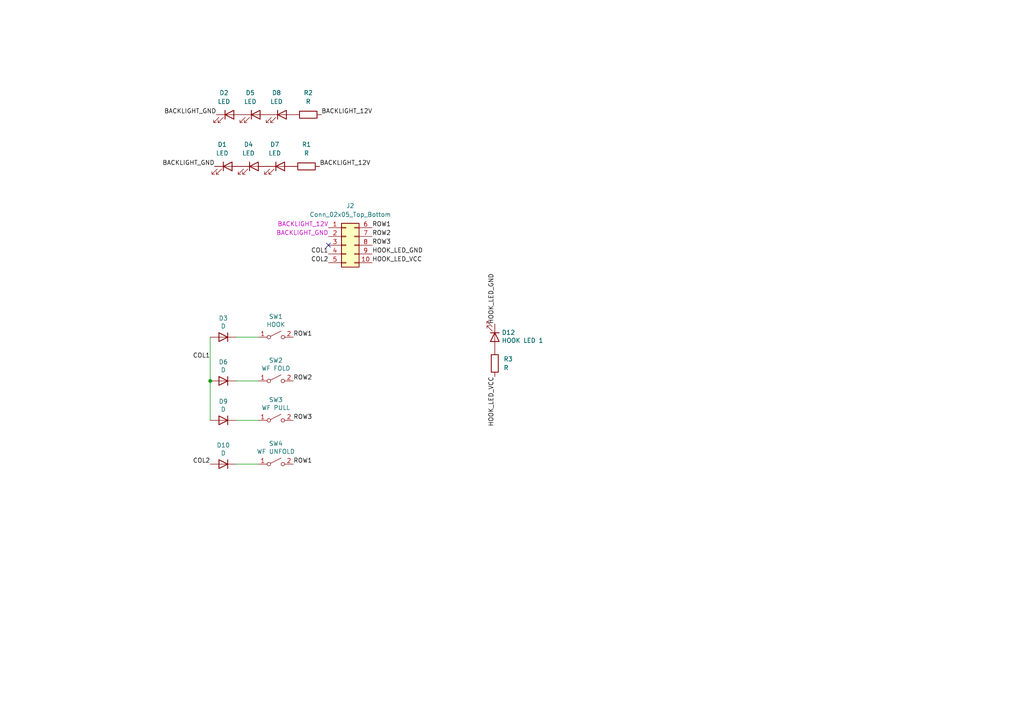
<source format=kicad_sch>
(kicad_sch (version 20231120) (generator "eeschema") (generator_version "8.0")
  (paper "A4")
  (title_block (title "AV COOL PANEL") (date "2023-04-21") (rev "4") (company "www.openhornet.com") (comment 1 "License:  CC BY-NC-SA") (comment 2 "Backlighting - Type A"))
  (lib_symbols
    (symbol "Connector_Generic:Conn_02x05_Top_Bottom" (pin_names (offset 1.016) hide)
      (property "Reference" "J" (at 1.27 7.62 0))
      (property "Value" "Conn_02x05_Top_Bottom" (at 1.27 -7.62 0))
      (symbol "Conn_02x05_Top_Bottom_1_1"
        (rectangle (start -1.27 -4.953) (end 0 -5.207) (stroke (width 0.1524)))
        (rectangle (start -1.27 -2.413) (end 0 -2.667) (stroke (width 0.1524)))
        (rectangle (start -1.27 0.127) (end 0 -0.127) (stroke (width 0.1524)))
        (rectangle (start -1.27 2.667) (end 0 2.413) (stroke (width 0.1524)))
        (rectangle (start -1.27 5.207) (end 0 4.953) (stroke (width 0.1524)))
        (rectangle (start -1.27 6.35) (end 3.81 -6.35) (stroke (width 0.254)) (fill (type background)))
        (rectangle (start 3.81 -4.953) (end 2.54 -5.207) (stroke (width 0.1524)))
        (rectangle (start 3.81 -2.413) (end 2.54 -2.667) (stroke (width 0.1524)))
        (rectangle (start 3.81 0.127) (end 2.54 -0.127) (stroke (width 0.1524)))
        (rectangle (start 3.81 2.667) (end 2.54 2.413) (stroke (width 0.1524)))
        (rectangle (start 3.81 5.207) (end 2.54 4.953) (stroke (width 0.1524)))
        (pin passive line (at -5.08 5.08 0) (length 3.81) (name "Pin_1") (number "1"))
        (pin passive line (at 7.62 -5.08 180) (length 3.81) (name "Pin_10") (number "10"))
        (pin passive line (at -5.08 2.54 0) (length 3.81) (name "Pin_2") (number "2"))
        (pin passive line (at -5.08 0 0) (length 3.81) (name "Pin_3") (number "3"))
        (pin passive line (at -5.08 -2.54 0) (length 3.81) (name "Pin_4") (number "4"))
        (pin passive line (at -5.08 -5.08 0) (length 3.81) (name "Pin_5") (number "5"))
        (pin passive line (at 7.62 5.08 180) (length 3.81) (name "Pin_6") (number "6"))
        (pin passive line (at 7.62 2.54 180) (length 3.81) (name "Pin_7") (number "7"))
        (pin passive line (at 7.62 0 180) (length 3.81) (name "Pin_8") (number "8"))
        (pin passive line (at 7.62 -2.54 180) (length 3.81) (name "Pin_9") (number "9"))
      )
    )
    (symbol "Device:D" (pin_numbers hide) (pin_names (offset 1.016) hide)
      (property "Reference" "D" (at 0 2.54 0))
      (property "Value" "D" (at 0 -2.54 0))
      (symbol "D_0_1"
        (polyline (pts (xy -1.27 1.27) (xy -1.27 -1.27)) (stroke (width 0.254)))
        (polyline (pts (xy 1.27 0) (xy -1.27 0)))
        (polyline (pts (xy 1.27 1.27) (xy 1.27 -1.27) (xy -1.27 0) (xy 1.27 1.27)) (stroke (width 0.254)))
      )
      (symbol "D_1_1"
        (pin passive line (at -3.81 0 0) (length 2.54) (name "K") (number "1"))
        (pin passive line (at 3.81 0 180) (length 2.54) (name "A") (number "2"))
      )
    )
    (symbol "Device:LED" (pin_numbers hide) (pin_names (offset 1.016) hide)
      (property "Reference" "D" (at 0 2.54 0))
      (property "Value" "LED" (at 0 -2.54 0))
      (symbol "LED_0_1"
        (polyline (pts (xy -1.27 -1.27) (xy -1.27 1.27)) (stroke (width 0.254)))
        (polyline (pts (xy -1.27 0) (xy 1.27 0)))
        (polyline (pts (xy 1.27 -1.27) (xy 1.27 1.27) (xy -1.27 0) (xy 1.27 -1.27)) (stroke (width 0.254)))
        (polyline (pts (xy -3.048 -0.762) (xy -4.572 -2.286) (xy -3.81 -2.286) (xy -4.572 -2.286) (xy -4.572 -1.524)))
        (polyline (pts (xy -1.778 -0.762) (xy -3.302 -2.286) (xy -2.54 -2.286) (xy -3.302 -2.286) (xy -3.302 -1.524)))
      )
      (symbol "LED_1_1"
        (pin passive line (at -3.81 0 0) (length 2.54) (name "K") (number "1"))
        (pin passive line (at 3.81 0 180) (length 2.54) (name "A") (number "2"))
      )
    )
    (symbol "Device:R" (pin_numbers hide) (pin_names (offset 0))
      (property "Reference" "R" (at 2.032 0 90))
      (property "Value" "R" (at 0 0 90))
      (symbol "R_0_1"
        (rectangle (start -1.016 -2.54) (end 1.016 2.54) (stroke (width 0.254)))
      )
      (symbol "R_1_1"
        (pin passive line (at 0 3.81 270) (length 1.27) (name "~") (number "1"))
        (pin passive line (at 0 -3.81 90) (length 1.27) (name "~") (number "2"))
      )
    )
    (symbol "Switch:SW_SPST" (pin_names (offset 0) hide)
      (property "Reference" "SW" (at 0 3.175 0))
      (property "Value" "SW_SPST" (at 0 -2.54 0))
      (symbol "SW_SPST_0_0"
        (circle (center -2.032 0) (radius 0.508))
        (polyline (pts (xy -1.524 0.254) (xy 1.524 1.778)))
        (circle (center 2.032 0) (radius 0.508))
      )
      (symbol "SW_SPST_1_1"
        (pin passive line (at -5.08 0 0) (length 2.54) (name "A") (number "1"))
        (pin passive line (at 5.08 0 180) (length 2.54) (name "B") (number "2"))
      )
    )
  )
  (junction (at 60.96 110.49))
  (no_connect (at 95.25 71.12))
  (wire (pts (xy 60.96 97.79) (xy 60.96 110.49)))
  (wire (pts (xy 74.93 110.49) (xy 68.58 110.49)))
  (wire (pts (xy 60.96 110.49) (xy 60.96 121.92)))
  (wire (pts (xy 74.93 134.62) (xy 68.58 134.62)))
  (wire (pts (xy 74.93 121.92) (xy 68.58 121.92)))
  (wire (pts (xy 74.93 97.79) (xy 68.58 97.79)))
  (label "ROW1" (at 107.95 66.04 0))
  (label "BACKLIGHT_GND" (at 95.25 68.58 180))
  (label "HOOK_LED_GND" (at 143.51 93.98 90))
  (label "ROW3" (at 107.95 71.12 0))
  (label "BACKLIGHT_12V" (at 92.71 48.26 0))
  (label "ROW2" (at 85.09 110.49 0))
  (label "COL2" (at 95.25 76.2 180))
  (label "ROW1" (at 85.09 97.79 0))
  (label "ROW1" (at 85.09 134.62 0))
  (label "ROW3" (at 85.09 121.92 0))
  (label "ROW2" (at 107.95 68.58 0))
  (label "BACKLIGHT_GND" (at 62.738 33.274 180))
  (label "BACKLIGHT_12V" (at 93.218 33.274 0))
  (label "COL1" (at 60.96 104.14 180))
  (label "HOOK_LED_GND" (at 107.95 73.66 0))
  (label "BACKLIGHT_12V" (at 95.25 66.04 180))
  (label "HOOK_LED_VCC" (at 107.95 76.2 0))
  (label "BACKLIGHT_GND" (at 62.23 48.26 180))
  (label "HOOK_LED_VCC" (at 143.51 109.22 270))
  (label "COL2" (at 60.96 134.62 180))
  (label "COL1" (at 95.25 73.66 180))
  (symbol (lib_id "Device:LED") (at 81.788 33.274 0) (unit 1)
    (property "Reference" "D8" (at 80.2005 26.924 0))
    (property "Value" "LED" (at 80.2005 29.464 0))
    (property "Footprint" "LED_THT:LED_D3.0mm_FlatTop" (effects (hide yes)))
  )
  (symbol (lib_id "Device:D") (at 64.77 121.92 0) (mirror y) (unit 1)
    (property "Reference" "D9" (at 64.77 116.4336 0))
    (property "Value" "D" (at 64.77 118.745 0))
    (property "Footprint" "Diode_SMD:D_0805_2012Metric" (effects (hide yes)))
  )
  (symbol (lib_id "Switch:SW_SPST") (at 80.01 97.79 0) (unit 1)
    (property "Reference" "SW1" (at 80.01 91.821 0))
    (property "Value" "HOOK" (at 80.01 94.1324 0))
    (property "Footprint" "Connector_JST:JST_XH_B2B-XH-A_1x02_P2.50mm_Vertical" (effects (hide yes)))
  )
  (symbol (lib_id "Device:LED") (at 81.28 48.26 0) (unit 1)
    (property "Reference" "D7" (at 79.6925 41.91 0))
    (property "Value" "LED" (at 79.6925 44.45 0))
    (property "Footprint" "LED_THT:LED_D3.0mm_FlatTop" (effects (hide yes)))
  )
  (symbol (lib_id "Switch:SW_SPST") (at 80.01 121.92 0) (unit 1)
    (property "Reference" "SW3" (at 80.01 115.951 0))
    (property "Value" "WF PULL" (at 80.01 118.2624 0))
    (property "Footprint" "Connector_JST:JST_XH_B2B-XH-A_1x02_P2.50mm_Vertical" (effects (hide yes)))
  )
  (symbol (lib_id "Device:R") (at 88.9 48.26 90) (unit 1)
    (property "Reference" "R1" (at 88.9 41.91 90))
    (property "Value" "R" (at 88.9 44.45 90))
    (property "Footprint" "Resistor_SMD:R_0805_2012Metric" (effects (hide yes)))
  )
  (symbol (lib_id "Device:D") (at 64.77 134.62 0) (mirror y) (unit 1)
    (property "Reference" "D10" (at 64.77 129.1336 0))
    (property "Value" "D" (at 64.77 131.445 0))
    (property "Footprint" "Diode_SMD:D_0805_2012Metric" (effects (hide yes)))
  )
  (symbol (lib_id "Device:LED") (at 66.04 48.26 0) (unit 1)
    (property "Reference" "D1" (at 64.4525 41.91 0))
    (property "Value" "LED" (at 64.4525 44.45 0))
    (property "Footprint" "LED_THT:LED_D3.0mm_FlatTop" (effects (hide yes)))
  )
  (symbol (lib_id "Device:D") (at 64.77 110.49 0) (mirror y) (unit 1)
    (property "Reference" "D6" (at 64.77 105.0036 0))
    (property "Value" "D" (at 64.77 107.315 0))
    (property "Footprint" "Diode_SMD:D_0805_2012Metric" (effects (hide yes)))
  )
  (symbol (lib_id "Device:LED") (at 74.168 33.274 0) (unit 1)
    (property "Reference" "D5" (at 72.5805 26.924 0))
    (property "Value" "LED" (at 72.5805 29.464 0))
    (property "Footprint" "LED_THT:LED_D3.0mm_FlatTop" (effects (hide yes)))
  )
  (symbol (lib_id "Device:LED") (at 143.51 97.79 270) (unit 1)
    (property "Reference" "D12" (at 145.5166 96.4438 90) (effects (justify left)))
    (property "Value" "HOOK LED 1" (at 145.5166 98.7552 90) (effects (justify left)))
    (property "Footprint" "Connector_JST:JST_XH_B2B-XH-A_1x02_P2.50mm_Vertical" (effects (hide yes)))
  )
  (symbol (lib_id "Switch:SW_SPST") (at 80.01 134.62 0) (unit 1)
    (property "Reference" "SW4" (at 80.01 128.651 0))
    (property "Value" "WF UNFOLD" (at 80.01 130.9624 0))
    (property "Footprint" "Connector_JST:JST_XH_B2B-XH-A_1x02_P2.50mm_Vertical" (effects (hide yes)))
  )
  (symbol (lib_id "Switch:SW_SPST") (at 80.01 110.49 0) (unit 1)
    (property "Reference" "SW2" (at 80.01 104.521 0))
    (property "Value" "WF FOLD" (at 80.01 106.8324 0))
    (property "Footprint" "Connector_JST:JST_XH_B2B-XH-A_1x02_P2.50mm_Vertical" (effects (hide yes)))
  )
  (symbol (lib_id "Device:LED") (at 66.548 33.274 0) (unit 1)
    (property "Reference" "D2" (at 64.9605 26.924 0))
    (property "Value" "LED" (at 64.9605 29.464 0))
    (property "Footprint" "LED_THT:LED_D3.0mm_FlatTop" (effects (hide yes)))
  )
  (symbol (lib_id "Device:LED") (at 73.66 48.26 0) (unit 1)
    (property "Reference" "D4" (at 72.0725 41.91 0))
    (property "Value" "LED" (at 72.0725 44.45 0))
    (property "Footprint" "LED_THT:LED_D3.0mm_FlatTop" (effects (hide yes)))
  )
  (symbol (lib_id "Connector_Generic:Conn_02x05_Top_Bottom") (at 100.33 71.12 0) (unit 1)
    (property "Reference" "J2" (at 101.6 59.69 0))
    (property "Value" "Conn_02x05_Top_Bottom" (at 101.6 62.23 0))
    (property "Footprint" "Connector_IDC:IDC-Header_2x05_P2.54mm_Vertical" (effects (hide yes)))
    (property "Description" "Generic connector, double row, 02x05, top/bottom pin numbering scheme (row 1: 1...pins_per_row, row2: pins_per_row+1 ... num_pins), script generated (kicad-library-utils/schlib/autogen/connector/)" (effects (hide yes)))
  )
  (symbol (lib_id "Device:D") (at 64.77 97.79 0) (mirror y) (unit 1)
    (property "Reference" "D3" (at 64.77 92.3036 0))
    (property "Value" "D" (at 64.77 94.615 0))
    (property "Footprint" "Diode_SMD:D_0805_2012Metric" (effects (hide yes)))
  )
  (symbol (lib_id "Device:R") (at 89.408 33.274 90) (unit 1)
    (property "Reference" "R2" (at 89.408 26.924 90))
    (property "Value" "R" (at 89.408 29.464 90))
    (property "Footprint" "Resistor_SMD:R_0805_2012Metric" (effects (hide yes)))
  )
  (symbol (lib_id "Device:R") (at 143.51 105.41 180) (unit 1)
    (property "Reference" "R3" (at 146.05 104.1399 0) (effects (justify right)))
    (property "Value" "R" (at 146.05 106.6799 0) (effects (justify right)))
    (property "Footprint" "Resistor_SMD:R_0805_2012Metric" (effects (hide yes)))
  )
)
</source>
